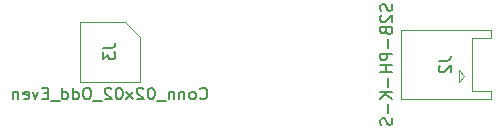
<source format=gbr>
%TF.GenerationSoftware,KiCad,Pcbnew,8.0.5*%
%TF.CreationDate,2024-11-06T09:26:01-07:00*%
%TF.ProjectId,STM32G041F8P6_dev,53544d33-3247-4303-9431-463850365f64,rev?*%
%TF.SameCoordinates,Original*%
%TF.FileFunction,AssemblyDrawing,Bot*%
%FSLAX46Y46*%
G04 Gerber Fmt 4.6, Leading zero omitted, Abs format (unit mm)*
G04 Created by KiCad (PCBNEW 8.0.5) date 2024-11-06 09:26:01*
%MOMM*%
%LPD*%
G01*
G04 APERTURE LIST*
%ADD10C,0.150000*%
%ADD11C,0.100000*%
G04 APERTURE END LIST*
D10*
X204957200Y-86880953D02*
X205004819Y-87023810D01*
X205004819Y-87023810D02*
X205004819Y-87261905D01*
X205004819Y-87261905D02*
X204957200Y-87357143D01*
X204957200Y-87357143D02*
X204909580Y-87404762D01*
X204909580Y-87404762D02*
X204814342Y-87452381D01*
X204814342Y-87452381D02*
X204719104Y-87452381D01*
X204719104Y-87452381D02*
X204623866Y-87404762D01*
X204623866Y-87404762D02*
X204576247Y-87357143D01*
X204576247Y-87357143D02*
X204528628Y-87261905D01*
X204528628Y-87261905D02*
X204481009Y-87071429D01*
X204481009Y-87071429D02*
X204433390Y-86976191D01*
X204433390Y-86976191D02*
X204385771Y-86928572D01*
X204385771Y-86928572D02*
X204290533Y-86880953D01*
X204290533Y-86880953D02*
X204195295Y-86880953D01*
X204195295Y-86880953D02*
X204100057Y-86928572D01*
X204100057Y-86928572D02*
X204052438Y-86976191D01*
X204052438Y-86976191D02*
X204004819Y-87071429D01*
X204004819Y-87071429D02*
X204004819Y-87309524D01*
X204004819Y-87309524D02*
X204052438Y-87452381D01*
X204100057Y-87833334D02*
X204052438Y-87880953D01*
X204052438Y-87880953D02*
X204004819Y-87976191D01*
X204004819Y-87976191D02*
X204004819Y-88214286D01*
X204004819Y-88214286D02*
X204052438Y-88309524D01*
X204052438Y-88309524D02*
X204100057Y-88357143D01*
X204100057Y-88357143D02*
X204195295Y-88404762D01*
X204195295Y-88404762D02*
X204290533Y-88404762D01*
X204290533Y-88404762D02*
X204433390Y-88357143D01*
X204433390Y-88357143D02*
X205004819Y-87785715D01*
X205004819Y-87785715D02*
X205004819Y-88404762D01*
X204481009Y-89166667D02*
X204528628Y-89309524D01*
X204528628Y-89309524D02*
X204576247Y-89357143D01*
X204576247Y-89357143D02*
X204671485Y-89404762D01*
X204671485Y-89404762D02*
X204814342Y-89404762D01*
X204814342Y-89404762D02*
X204909580Y-89357143D01*
X204909580Y-89357143D02*
X204957200Y-89309524D01*
X204957200Y-89309524D02*
X205004819Y-89214286D01*
X205004819Y-89214286D02*
X205004819Y-88833334D01*
X205004819Y-88833334D02*
X204004819Y-88833334D01*
X204004819Y-88833334D02*
X204004819Y-89166667D01*
X204004819Y-89166667D02*
X204052438Y-89261905D01*
X204052438Y-89261905D02*
X204100057Y-89309524D01*
X204100057Y-89309524D02*
X204195295Y-89357143D01*
X204195295Y-89357143D02*
X204290533Y-89357143D01*
X204290533Y-89357143D02*
X204385771Y-89309524D01*
X204385771Y-89309524D02*
X204433390Y-89261905D01*
X204433390Y-89261905D02*
X204481009Y-89166667D01*
X204481009Y-89166667D02*
X204481009Y-88833334D01*
X204623866Y-89833334D02*
X204623866Y-90595239D01*
X205004819Y-91071429D02*
X204004819Y-91071429D01*
X204004819Y-91071429D02*
X204004819Y-91452381D01*
X204004819Y-91452381D02*
X204052438Y-91547619D01*
X204052438Y-91547619D02*
X204100057Y-91595238D01*
X204100057Y-91595238D02*
X204195295Y-91642857D01*
X204195295Y-91642857D02*
X204338152Y-91642857D01*
X204338152Y-91642857D02*
X204433390Y-91595238D01*
X204433390Y-91595238D02*
X204481009Y-91547619D01*
X204481009Y-91547619D02*
X204528628Y-91452381D01*
X204528628Y-91452381D02*
X204528628Y-91071429D01*
X205004819Y-92071429D02*
X204004819Y-92071429D01*
X204481009Y-92071429D02*
X204481009Y-92642857D01*
X205004819Y-92642857D02*
X204004819Y-92642857D01*
X204623866Y-93119048D02*
X204623866Y-93880953D01*
X205004819Y-94357143D02*
X204004819Y-94357143D01*
X205004819Y-94928571D02*
X204433390Y-94500000D01*
X204004819Y-94928571D02*
X204576247Y-94357143D01*
X204623866Y-95357143D02*
X204623866Y-96119048D01*
X204957200Y-96547619D02*
X205004819Y-96690476D01*
X205004819Y-96690476D02*
X205004819Y-96928571D01*
X205004819Y-96928571D02*
X204957200Y-97023809D01*
X204957200Y-97023809D02*
X204909580Y-97071428D01*
X204909580Y-97071428D02*
X204814342Y-97119047D01*
X204814342Y-97119047D02*
X204719104Y-97119047D01*
X204719104Y-97119047D02*
X204623866Y-97071428D01*
X204623866Y-97071428D02*
X204576247Y-97023809D01*
X204576247Y-97023809D02*
X204528628Y-96928571D01*
X204528628Y-96928571D02*
X204481009Y-96738095D01*
X204481009Y-96738095D02*
X204433390Y-96642857D01*
X204433390Y-96642857D02*
X204385771Y-96595238D01*
X204385771Y-96595238D02*
X204290533Y-96547619D01*
X204290533Y-96547619D02*
X204195295Y-96547619D01*
X204195295Y-96547619D02*
X204100057Y-96595238D01*
X204100057Y-96595238D02*
X204052438Y-96642857D01*
X204052438Y-96642857D02*
X204004819Y-96738095D01*
X204004819Y-96738095D02*
X204004819Y-96976190D01*
X204004819Y-96976190D02*
X204052438Y-97119047D01*
X208954819Y-91666666D02*
X209669104Y-91666666D01*
X209669104Y-91666666D02*
X209811961Y-91619047D01*
X209811961Y-91619047D02*
X209907200Y-91523809D01*
X209907200Y-91523809D02*
X209954819Y-91380952D01*
X209954819Y-91380952D02*
X209954819Y-91285714D01*
X209050057Y-92095238D02*
X209002438Y-92142857D01*
X209002438Y-92142857D02*
X208954819Y-92238095D01*
X208954819Y-92238095D02*
X208954819Y-92476190D01*
X208954819Y-92476190D02*
X209002438Y-92571428D01*
X209002438Y-92571428D02*
X209050057Y-92619047D01*
X209050057Y-92619047D02*
X209145295Y-92666666D01*
X209145295Y-92666666D02*
X209240533Y-92666666D01*
X209240533Y-92666666D02*
X209383390Y-92619047D01*
X209383390Y-92619047D02*
X209954819Y-92047619D01*
X209954819Y-92047619D02*
X209954819Y-92666666D01*
X188747858Y-94854580D02*
X188795477Y-94902200D01*
X188795477Y-94902200D02*
X188938334Y-94949819D01*
X188938334Y-94949819D02*
X189033572Y-94949819D01*
X189033572Y-94949819D02*
X189176429Y-94902200D01*
X189176429Y-94902200D02*
X189271667Y-94806961D01*
X189271667Y-94806961D02*
X189319286Y-94711723D01*
X189319286Y-94711723D02*
X189366905Y-94521247D01*
X189366905Y-94521247D02*
X189366905Y-94378390D01*
X189366905Y-94378390D02*
X189319286Y-94187914D01*
X189319286Y-94187914D02*
X189271667Y-94092676D01*
X189271667Y-94092676D02*
X189176429Y-93997438D01*
X189176429Y-93997438D02*
X189033572Y-93949819D01*
X189033572Y-93949819D02*
X188938334Y-93949819D01*
X188938334Y-93949819D02*
X188795477Y-93997438D01*
X188795477Y-93997438D02*
X188747858Y-94045057D01*
X188176429Y-94949819D02*
X188271667Y-94902200D01*
X188271667Y-94902200D02*
X188319286Y-94854580D01*
X188319286Y-94854580D02*
X188366905Y-94759342D01*
X188366905Y-94759342D02*
X188366905Y-94473628D01*
X188366905Y-94473628D02*
X188319286Y-94378390D01*
X188319286Y-94378390D02*
X188271667Y-94330771D01*
X188271667Y-94330771D02*
X188176429Y-94283152D01*
X188176429Y-94283152D02*
X188033572Y-94283152D01*
X188033572Y-94283152D02*
X187938334Y-94330771D01*
X187938334Y-94330771D02*
X187890715Y-94378390D01*
X187890715Y-94378390D02*
X187843096Y-94473628D01*
X187843096Y-94473628D02*
X187843096Y-94759342D01*
X187843096Y-94759342D02*
X187890715Y-94854580D01*
X187890715Y-94854580D02*
X187938334Y-94902200D01*
X187938334Y-94902200D02*
X188033572Y-94949819D01*
X188033572Y-94949819D02*
X188176429Y-94949819D01*
X187414524Y-94283152D02*
X187414524Y-94949819D01*
X187414524Y-94378390D02*
X187366905Y-94330771D01*
X187366905Y-94330771D02*
X187271667Y-94283152D01*
X187271667Y-94283152D02*
X187128810Y-94283152D01*
X187128810Y-94283152D02*
X187033572Y-94330771D01*
X187033572Y-94330771D02*
X186985953Y-94426009D01*
X186985953Y-94426009D02*
X186985953Y-94949819D01*
X186509762Y-94283152D02*
X186509762Y-94949819D01*
X186509762Y-94378390D02*
X186462143Y-94330771D01*
X186462143Y-94330771D02*
X186366905Y-94283152D01*
X186366905Y-94283152D02*
X186224048Y-94283152D01*
X186224048Y-94283152D02*
X186128810Y-94330771D01*
X186128810Y-94330771D02*
X186081191Y-94426009D01*
X186081191Y-94426009D02*
X186081191Y-94949819D01*
X185843096Y-95045057D02*
X185081191Y-95045057D01*
X184652619Y-93949819D02*
X184557381Y-93949819D01*
X184557381Y-93949819D02*
X184462143Y-93997438D01*
X184462143Y-93997438D02*
X184414524Y-94045057D01*
X184414524Y-94045057D02*
X184366905Y-94140295D01*
X184366905Y-94140295D02*
X184319286Y-94330771D01*
X184319286Y-94330771D02*
X184319286Y-94568866D01*
X184319286Y-94568866D02*
X184366905Y-94759342D01*
X184366905Y-94759342D02*
X184414524Y-94854580D01*
X184414524Y-94854580D02*
X184462143Y-94902200D01*
X184462143Y-94902200D02*
X184557381Y-94949819D01*
X184557381Y-94949819D02*
X184652619Y-94949819D01*
X184652619Y-94949819D02*
X184747857Y-94902200D01*
X184747857Y-94902200D02*
X184795476Y-94854580D01*
X184795476Y-94854580D02*
X184843095Y-94759342D01*
X184843095Y-94759342D02*
X184890714Y-94568866D01*
X184890714Y-94568866D02*
X184890714Y-94330771D01*
X184890714Y-94330771D02*
X184843095Y-94140295D01*
X184843095Y-94140295D02*
X184795476Y-94045057D01*
X184795476Y-94045057D02*
X184747857Y-93997438D01*
X184747857Y-93997438D02*
X184652619Y-93949819D01*
X183938333Y-94045057D02*
X183890714Y-93997438D01*
X183890714Y-93997438D02*
X183795476Y-93949819D01*
X183795476Y-93949819D02*
X183557381Y-93949819D01*
X183557381Y-93949819D02*
X183462143Y-93997438D01*
X183462143Y-93997438D02*
X183414524Y-94045057D01*
X183414524Y-94045057D02*
X183366905Y-94140295D01*
X183366905Y-94140295D02*
X183366905Y-94235533D01*
X183366905Y-94235533D02*
X183414524Y-94378390D01*
X183414524Y-94378390D02*
X183985952Y-94949819D01*
X183985952Y-94949819D02*
X183366905Y-94949819D01*
X183033571Y-94949819D02*
X182509762Y-94283152D01*
X183033571Y-94283152D02*
X182509762Y-94949819D01*
X181938333Y-93949819D02*
X181843095Y-93949819D01*
X181843095Y-93949819D02*
X181747857Y-93997438D01*
X181747857Y-93997438D02*
X181700238Y-94045057D01*
X181700238Y-94045057D02*
X181652619Y-94140295D01*
X181652619Y-94140295D02*
X181605000Y-94330771D01*
X181605000Y-94330771D02*
X181605000Y-94568866D01*
X181605000Y-94568866D02*
X181652619Y-94759342D01*
X181652619Y-94759342D02*
X181700238Y-94854580D01*
X181700238Y-94854580D02*
X181747857Y-94902200D01*
X181747857Y-94902200D02*
X181843095Y-94949819D01*
X181843095Y-94949819D02*
X181938333Y-94949819D01*
X181938333Y-94949819D02*
X182033571Y-94902200D01*
X182033571Y-94902200D02*
X182081190Y-94854580D01*
X182081190Y-94854580D02*
X182128809Y-94759342D01*
X182128809Y-94759342D02*
X182176428Y-94568866D01*
X182176428Y-94568866D02*
X182176428Y-94330771D01*
X182176428Y-94330771D02*
X182128809Y-94140295D01*
X182128809Y-94140295D02*
X182081190Y-94045057D01*
X182081190Y-94045057D02*
X182033571Y-93997438D01*
X182033571Y-93997438D02*
X181938333Y-93949819D01*
X181224047Y-94045057D02*
X181176428Y-93997438D01*
X181176428Y-93997438D02*
X181081190Y-93949819D01*
X181081190Y-93949819D02*
X180843095Y-93949819D01*
X180843095Y-93949819D02*
X180747857Y-93997438D01*
X180747857Y-93997438D02*
X180700238Y-94045057D01*
X180700238Y-94045057D02*
X180652619Y-94140295D01*
X180652619Y-94140295D02*
X180652619Y-94235533D01*
X180652619Y-94235533D02*
X180700238Y-94378390D01*
X180700238Y-94378390D02*
X181271666Y-94949819D01*
X181271666Y-94949819D02*
X180652619Y-94949819D01*
X180462143Y-95045057D02*
X179700238Y-95045057D01*
X179271666Y-93949819D02*
X179081190Y-93949819D01*
X179081190Y-93949819D02*
X178985952Y-93997438D01*
X178985952Y-93997438D02*
X178890714Y-94092676D01*
X178890714Y-94092676D02*
X178843095Y-94283152D01*
X178843095Y-94283152D02*
X178843095Y-94616485D01*
X178843095Y-94616485D02*
X178890714Y-94806961D01*
X178890714Y-94806961D02*
X178985952Y-94902200D01*
X178985952Y-94902200D02*
X179081190Y-94949819D01*
X179081190Y-94949819D02*
X179271666Y-94949819D01*
X179271666Y-94949819D02*
X179366904Y-94902200D01*
X179366904Y-94902200D02*
X179462142Y-94806961D01*
X179462142Y-94806961D02*
X179509761Y-94616485D01*
X179509761Y-94616485D02*
X179509761Y-94283152D01*
X179509761Y-94283152D02*
X179462142Y-94092676D01*
X179462142Y-94092676D02*
X179366904Y-93997438D01*
X179366904Y-93997438D02*
X179271666Y-93949819D01*
X177985952Y-94949819D02*
X177985952Y-93949819D01*
X177985952Y-94902200D02*
X178081190Y-94949819D01*
X178081190Y-94949819D02*
X178271666Y-94949819D01*
X178271666Y-94949819D02*
X178366904Y-94902200D01*
X178366904Y-94902200D02*
X178414523Y-94854580D01*
X178414523Y-94854580D02*
X178462142Y-94759342D01*
X178462142Y-94759342D02*
X178462142Y-94473628D01*
X178462142Y-94473628D02*
X178414523Y-94378390D01*
X178414523Y-94378390D02*
X178366904Y-94330771D01*
X178366904Y-94330771D02*
X178271666Y-94283152D01*
X178271666Y-94283152D02*
X178081190Y-94283152D01*
X178081190Y-94283152D02*
X177985952Y-94330771D01*
X177081190Y-94949819D02*
X177081190Y-93949819D01*
X177081190Y-94902200D02*
X177176428Y-94949819D01*
X177176428Y-94949819D02*
X177366904Y-94949819D01*
X177366904Y-94949819D02*
X177462142Y-94902200D01*
X177462142Y-94902200D02*
X177509761Y-94854580D01*
X177509761Y-94854580D02*
X177557380Y-94759342D01*
X177557380Y-94759342D02*
X177557380Y-94473628D01*
X177557380Y-94473628D02*
X177509761Y-94378390D01*
X177509761Y-94378390D02*
X177462142Y-94330771D01*
X177462142Y-94330771D02*
X177366904Y-94283152D01*
X177366904Y-94283152D02*
X177176428Y-94283152D01*
X177176428Y-94283152D02*
X177081190Y-94330771D01*
X176843095Y-95045057D02*
X176081190Y-95045057D01*
X175843094Y-94426009D02*
X175509761Y-94426009D01*
X175366904Y-94949819D02*
X175843094Y-94949819D01*
X175843094Y-94949819D02*
X175843094Y-93949819D01*
X175843094Y-93949819D02*
X175366904Y-93949819D01*
X175033570Y-94283152D02*
X174795475Y-94949819D01*
X174795475Y-94949819D02*
X174557380Y-94283152D01*
X173795475Y-94902200D02*
X173890713Y-94949819D01*
X173890713Y-94949819D02*
X174081189Y-94949819D01*
X174081189Y-94949819D02*
X174176427Y-94902200D01*
X174176427Y-94902200D02*
X174224046Y-94806961D01*
X174224046Y-94806961D02*
X174224046Y-94426009D01*
X174224046Y-94426009D02*
X174176427Y-94330771D01*
X174176427Y-94330771D02*
X174081189Y-94283152D01*
X174081189Y-94283152D02*
X173890713Y-94283152D01*
X173890713Y-94283152D02*
X173795475Y-94330771D01*
X173795475Y-94330771D02*
X173747856Y-94426009D01*
X173747856Y-94426009D02*
X173747856Y-94521247D01*
X173747856Y-94521247D02*
X174224046Y-94616485D01*
X173319284Y-94283152D02*
X173319284Y-94949819D01*
X173319284Y-94378390D02*
X173271665Y-94330771D01*
X173271665Y-94330771D02*
X173176427Y-94283152D01*
X173176427Y-94283152D02*
X173033570Y-94283152D01*
X173033570Y-94283152D02*
X172938332Y-94330771D01*
X172938332Y-94330771D02*
X172890713Y-94426009D01*
X172890713Y-94426009D02*
X172890713Y-94949819D01*
X180559819Y-90561666D02*
X181274104Y-90561666D01*
X181274104Y-90561666D02*
X181416961Y-90514047D01*
X181416961Y-90514047D02*
X181512200Y-90418809D01*
X181512200Y-90418809D02*
X181559819Y-90275952D01*
X181559819Y-90275952D02*
X181559819Y-90180714D01*
X180559819Y-90942619D02*
X180559819Y-91561666D01*
X180559819Y-91561666D02*
X180940771Y-91228333D01*
X180940771Y-91228333D02*
X180940771Y-91371190D01*
X180940771Y-91371190D02*
X180988390Y-91466428D01*
X180988390Y-91466428D02*
X181036009Y-91514047D01*
X181036009Y-91514047D02*
X181131247Y-91561666D01*
X181131247Y-91561666D02*
X181369342Y-91561666D01*
X181369342Y-91561666D02*
X181464580Y-91514047D01*
X181464580Y-91514047D02*
X181512200Y-91466428D01*
X181512200Y-91466428D02*
X181559819Y-91371190D01*
X181559819Y-91371190D02*
X181559819Y-91085476D01*
X181559819Y-91085476D02*
X181512200Y-90990238D01*
X181512200Y-90990238D02*
X181464580Y-90942619D01*
D11*
%TO.C,J2*%
X205750000Y-89050000D02*
X205750000Y-94950000D01*
X205750000Y-94950000D02*
X213350000Y-94950000D01*
X210625000Y-92500000D02*
X210625000Y-93500000D01*
X210625000Y-93500000D02*
X211125000Y-93000000D01*
X211125000Y-93000000D02*
X210625000Y-92500000D01*
X211750000Y-89750000D02*
X213350000Y-89750000D01*
X211750000Y-94250000D02*
X211750000Y-89750000D01*
X213350000Y-89050000D02*
X205750000Y-89050000D01*
X213350000Y-89750000D02*
X213350000Y-89050000D01*
X213350000Y-94250000D02*
X211750000Y-94250000D01*
X213350000Y-94950000D02*
X213350000Y-94250000D01*
%TO.C,J3*%
X178565000Y-88355000D02*
X182375000Y-88355000D01*
X178565000Y-93435000D02*
X178565000Y-88355000D01*
X182375000Y-88355000D02*
X183645000Y-89625000D01*
X183645000Y-89625000D02*
X183645000Y-93435000D01*
X183645000Y-93435000D02*
X178565000Y-93435000D01*
%TD*%
M02*

</source>
